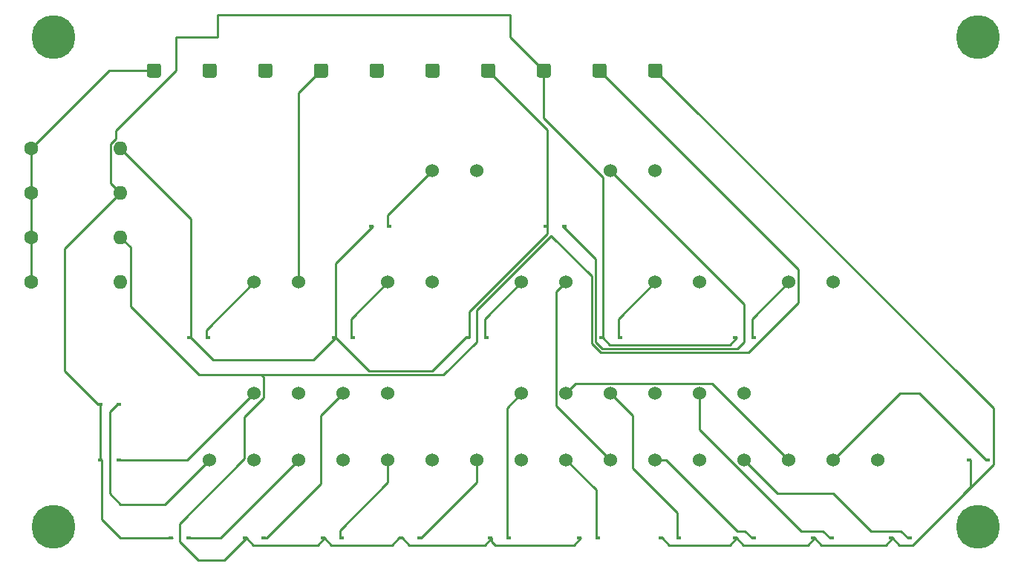
<source format=gtl>
%TF.GenerationSoftware,KiCad,Pcbnew,(5.1.6)-1*%
%TF.CreationDate,2020-08-15T21:43:02-04:00*%
%TF.ProjectId,chords,63686f72-6473-42e6-9b69-6361645f7063,rev?*%
%TF.SameCoordinates,Original*%
%TF.FileFunction,Copper,L1,Top*%
%TF.FilePolarity,Positive*%
%FSLAX46Y46*%
G04 Gerber Fmt 4.6, Leading zero omitted, Abs format (unit mm)*
G04 Created by KiCad (PCBNEW (5.1.6)-1) date 2020-08-15 21:43:02*
%MOMM*%
%LPD*%
G01*
G04 APERTURE LIST*
%TA.AperFunction,SMDPad,CuDef*%
%ADD10R,0.600000X0.450000*%
%TD*%
%TA.AperFunction,ComponentPad*%
%ADD11C,5.000000*%
%TD*%
%TA.AperFunction,ComponentPad*%
%ADD12C,1.524000*%
%TD*%
%TA.AperFunction,ComponentPad*%
%ADD13C,1.600000*%
%TD*%
%TA.AperFunction,ComponentPad*%
%ADD14O,1.600000X1.600000*%
%TD*%
%TA.AperFunction,Conductor*%
%ADD15C,0.250000*%
%TD*%
G04 APERTURE END LIST*
D10*
%TO.P,D20,2*%
%TO.N,Net-(D20-Pad2)*%
X177580000Y-92710000D03*
%TO.P,D20,1*%
%TO.N,Net-(D16-Pad1)*%
X175480000Y-92710000D03*
%TD*%
%TO.P,D19,2*%
%TO.N,Net-(D19-Pad2)*%
X168690000Y-101600000D03*
%TO.P,D19,1*%
%TO.N,Net-(D16-Pad1)*%
X166590000Y-101600000D03*
%TD*%
%TO.P,D18,2*%
%TO.N,Net-(D18-Pad2)*%
X159800000Y-101600000D03*
%TO.P,D18,1*%
%TO.N,Net-(D16-Pad1)*%
X157700000Y-101600000D03*
%TD*%
%TO.P,D17,2*%
%TO.N,Net-(D17-Pad2)*%
X150910000Y-101600000D03*
%TO.P,D17,1*%
%TO.N,Net-(D16-Pad1)*%
X148810000Y-101600000D03*
%TD*%
%TO.P,D16,2*%
%TO.N,Net-(D16-Pad2)*%
X142415000Y-101600000D03*
%TO.P,D16,1*%
%TO.N,Net-(D16-Pad1)*%
X140315000Y-101600000D03*
%TD*%
%TO.P,D15,2*%
%TO.N,Net-(D15-Pad2)*%
X133130000Y-101600000D03*
%TO.P,D15,1*%
%TO.N,Net-(D11-Pad1)*%
X131030000Y-101600000D03*
%TD*%
%TO.P,D14,2*%
%TO.N,Net-(D14-Pad2)*%
X122970000Y-101600000D03*
%TO.P,D14,1*%
%TO.N,Net-(D11-Pad1)*%
X120870000Y-101600000D03*
%TD*%
%TO.P,D13,2*%
%TO.N,Net-(D13-Pad2)*%
X112810000Y-101600000D03*
%TO.P,D13,1*%
%TO.N,Net-(D11-Pad1)*%
X110710000Y-101600000D03*
%TD*%
%TO.P,D12,2*%
%TO.N,Net-(D12-Pad2)*%
X103920000Y-101600000D03*
%TO.P,D12,1*%
%TO.N,Net-(D11-Pad1)*%
X101820000Y-101600000D03*
%TD*%
%TO.P,D11,2*%
%TO.N,Net-(D11-Pad2)*%
X95030000Y-101600000D03*
%TO.P,D11,1*%
%TO.N,Net-(D11-Pad1)*%
X92930000Y-101600000D03*
%TD*%
%TO.P,D10,2*%
%TO.N,Net-(D10-Pad2)*%
X86535000Y-101600000D03*
%TO.P,D10,1*%
%TO.N,Net-(D10-Pad1)*%
X84435000Y-101600000D03*
%TD*%
%TO.P,D9,2*%
%TO.N,Net-(D9-Pad2)*%
X78520000Y-92710000D03*
%TO.P,D9,1*%
%TO.N,Net-(D10-Pad1)*%
X76420000Y-92710000D03*
%TD*%
%TO.P,D8,2*%
%TO.N,Net-(D8-Pad2)*%
X78520000Y-86360000D03*
%TO.P,D8,1*%
%TO.N,Net-(D10-Pad1)*%
X76420000Y-86360000D03*
%TD*%
%TO.P,D7,2*%
%TO.N,Net-(D7-Pad2)*%
X150910000Y-78740000D03*
%TO.P,D7,1*%
%TO.N,Net-(D10-Pad1)*%
X148810000Y-78740000D03*
%TD*%
%TO.P,D6,2*%
%TO.N,Net-(D6-Pad2)*%
X135670000Y-78740000D03*
%TO.P,D6,1*%
%TO.N,Net-(D10-Pad1)*%
X133570000Y-78740000D03*
%TD*%
%TO.P,D5,2*%
%TO.N,Net-(D5-Pad2)*%
X120430000Y-78740000D03*
%TO.P,D5,1*%
%TO.N,Net-(D1-Pad1)*%
X118330000Y-78740000D03*
%TD*%
%TO.P,D4,2*%
%TO.N,Net-(D4-Pad2)*%
X105190000Y-78740000D03*
%TO.P,D4,1*%
%TO.N,Net-(D1-Pad1)*%
X103090000Y-78740000D03*
%TD*%
%TO.P,D3,2*%
%TO.N,Net-(D3-Pad2)*%
X88680000Y-78740000D03*
%TO.P,D3,1*%
%TO.N,Net-(D1-Pad1)*%
X86580000Y-78740000D03*
%TD*%
%TO.P,D2,2*%
%TO.N,Net-(D2-Pad2)*%
X129320000Y-66040000D03*
%TO.P,D2,1*%
%TO.N,Net-(D1-Pad1)*%
X127220000Y-66040000D03*
%TD*%
%TO.P,D1,2*%
%TO.N,Net-(D1-Pad2)*%
X109395000Y-66040000D03*
%TO.P,D1,1*%
%TO.N,Net-(D1-Pad1)*%
X107295000Y-66040000D03*
%TD*%
D11*
%TO.P,REF\u002A\u002A,1*%
%TO.N,N/C*%
X71120000Y-100330000D03*
%TD*%
%TO.P,REF\u002A\u002A,1*%
%TO.N,N/C*%
X71120000Y-44450000D03*
%TD*%
%TO.P,REF\u002A\u002A,1*%
%TO.N,N/C*%
X176530000Y-100330000D03*
%TD*%
%TO.P,REF\u002A\u002A,1*%
%TO.N,N/C*%
X176530000Y-44450000D03*
%TD*%
D12*
%TO.P,SW20,2*%
%TO.N,Net-(C5-Pad1)*%
X165100000Y-92710000D03*
%TO.P,SW20,1*%
%TO.N,Net-(D20-Pad2)*%
X160020000Y-92710000D03*
%TD*%
%TO.P,SW5,2*%
%TO.N,Net-(C5-Pad1)*%
X129540000Y-72390000D03*
%TO.P,SW5,1*%
%TO.N,Net-(D5-Pad2)*%
X124460000Y-72390000D03*
%TD*%
%TO.P,GND1,1*%
%TO.N,Net-(GND1-Pad1)*%
%TA.AperFunction,ComponentPad*%
G36*
G01*
X81750000Y-48810000D02*
X81750000Y-47710000D01*
G75*
G02*
X82000000Y-47460000I250000J0D01*
G01*
X83100000Y-47460000D01*
G75*
G02*
X83350000Y-47710000I0J-250000D01*
G01*
X83350000Y-48810000D01*
G75*
G02*
X83100000Y-49060000I-250000J0D01*
G01*
X82000000Y-49060000D01*
G75*
G02*
X81750000Y-48810000I0J250000D01*
G01*
G37*
%TD.AperFunction*%
%TD*%
%TO.P,R1,1*%
%TO.N,Net-(D1-Pad1)*%
%TA.AperFunction,ComponentPad*%
G36*
G01*
X119850000Y-48810000D02*
X119850000Y-47710000D01*
G75*
G02*
X120100000Y-47460000I250000J0D01*
G01*
X121200000Y-47460000D01*
G75*
G02*
X121450000Y-47710000I0J-250000D01*
G01*
X121450000Y-48810000D01*
G75*
G02*
X121200000Y-49060000I-250000J0D01*
G01*
X120100000Y-49060000D01*
G75*
G02*
X119850000Y-48810000I0J250000D01*
G01*
G37*
%TD.AperFunction*%
%TD*%
%TO.P,R2,1*%
%TO.N,Net-(D10-Pad1)*%
%TA.AperFunction,ComponentPad*%
G36*
G01*
X126200000Y-48810000D02*
X126200000Y-47710000D01*
G75*
G02*
X126450000Y-47460000I250000J0D01*
G01*
X127550000Y-47460000D01*
G75*
G02*
X127800000Y-47710000I0J-250000D01*
G01*
X127800000Y-48810000D01*
G75*
G02*
X127550000Y-49060000I-250000J0D01*
G01*
X126450000Y-49060000D01*
G75*
G02*
X126200000Y-48810000I0J250000D01*
G01*
G37*
%TD.AperFunction*%
%TD*%
D13*
%TO.P,Rpd3,1*%
%TO.N,Net-(GND1-Pad1)*%
X68580000Y-67310000D03*
D14*
%TO.P,Rpd3,2*%
%TO.N,Net-(D11-Pad1)*%
X78740000Y-67310000D03*
%TD*%
D13*
%TO.P,Rpd1,1*%
%TO.N,Net-(GND1-Pad1)*%
X68580000Y-57150000D03*
D14*
%TO.P,Rpd1,2*%
%TO.N,Net-(D1-Pad1)*%
X78740000Y-57150000D03*
%TD*%
D13*
%TO.P,Rpd2,1*%
%TO.N,Net-(GND1-Pad1)*%
X68580000Y-62230000D03*
D14*
%TO.P,Rpd2,2*%
%TO.N,Net-(D10-Pad1)*%
X78740000Y-62230000D03*
%TD*%
D13*
%TO.P,Rpd4,1*%
%TO.N,Net-(GND1-Pad1)*%
X68580000Y-72390000D03*
D14*
%TO.P,Rpd4,2*%
%TO.N,Net-(D16-Pad1)*%
X78740000Y-72390000D03*
%TD*%
D12*
%TO.P,SW1,2*%
%TO.N,Net-(C1-Pad1)*%
X119380000Y-59690000D03*
%TO.P,SW1,1*%
%TO.N,Net-(D1-Pad2)*%
X114300000Y-59690000D03*
%TD*%
%TO.P,SW2,2*%
%TO.N,Net-(C2-Pad1)*%
X139700000Y-59690000D03*
%TO.P,SW2,1*%
%TO.N,Net-(D2-Pad2)*%
X134620000Y-59690000D03*
%TD*%
%TO.P,SW3,2*%
%TO.N,Net-(C3-Pad1)*%
X99060000Y-72390000D03*
%TO.P,SW3,1*%
%TO.N,Net-(D3-Pad2)*%
X93980000Y-72390000D03*
%TD*%
%TO.P,SW8,2*%
%TO.N,Net-(C3-Pad1)*%
X93980000Y-92710000D03*
%TO.P,SW8,1*%
%TO.N,Net-(D8-Pad2)*%
X88900000Y-92710000D03*
%TD*%
%TO.P,R3,1*%
%TO.N,Net-(D11-Pad1)*%
%TA.AperFunction,ComponentPad*%
G36*
G01*
X132550000Y-48810000D02*
X132550000Y-47710000D01*
G75*
G02*
X132800000Y-47460000I250000J0D01*
G01*
X133900000Y-47460000D01*
G75*
G02*
X134150000Y-47710000I0J-250000D01*
G01*
X134150000Y-48810000D01*
G75*
G02*
X133900000Y-49060000I-250000J0D01*
G01*
X132800000Y-49060000D01*
G75*
G02*
X132550000Y-48810000I0J250000D01*
G01*
G37*
%TD.AperFunction*%
%TD*%
%TO.P,SW9,2*%
%TO.N,Net-(C4-Pad1)*%
X99060000Y-85090000D03*
%TO.P,SW9,1*%
%TO.N,Net-(D9-Pad2)*%
X93980000Y-85090000D03*
%TD*%
%TO.P,SW16,2*%
%TO.N,Net-(C1-Pad1)*%
X139700000Y-85090000D03*
%TO.P,SW16,1*%
%TO.N,Net-(D16-Pad2)*%
X134620000Y-85090000D03*
%TD*%
%TO.P,SW17,2*%
%TO.N,Net-(C2-Pad1)*%
X144780000Y-92710000D03*
%TO.P,SW17,1*%
%TO.N,Net-(D17-Pad2)*%
X139700000Y-92710000D03*
%TD*%
%TO.P,SW4,2*%
%TO.N,Net-(C4-Pad1)*%
X114300000Y-72390000D03*
%TO.P,SW4,1*%
%TO.N,Net-(D4-Pad2)*%
X109220000Y-72390000D03*
%TD*%
%TO.P,SW12,2*%
%TO.N,Net-(C2-Pad1)*%
X114300000Y-92710000D03*
%TO.P,SW12,1*%
%TO.N,Net-(D12-Pad2)*%
X109220000Y-92710000D03*
%TD*%
%TO.P,SW15,2*%
%TO.N,Net-(C5-Pad1)*%
X134620000Y-92710000D03*
%TO.P,SW15,1*%
%TO.N,Net-(D15-Pad2)*%
X129540000Y-92710000D03*
%TD*%
%TO.P,SW18,2*%
%TO.N,Net-(C3-Pad1)*%
X149860000Y-85090000D03*
%TO.P,SW18,1*%
%TO.N,Net-(D18-Pad2)*%
X144780000Y-85090000D03*
%TD*%
%TO.P,SW6,2*%
%TO.N,Net-(C1-Pad1)*%
X144780000Y-72390000D03*
%TO.P,SW6,1*%
%TO.N,Net-(D6-Pad2)*%
X139700000Y-72390000D03*
%TD*%
%TO.P,SW11,2*%
%TO.N,Net-(C1-Pad1)*%
X109220000Y-85090000D03*
%TO.P,SW11,1*%
%TO.N,Net-(D11-Pad2)*%
X104140000Y-85090000D03*
%TD*%
%TO.P,SW7,2*%
%TO.N,Net-(C2-Pad1)*%
X160020000Y-72390000D03*
%TO.P,SW7,1*%
%TO.N,Net-(D7-Pad2)*%
X154940000Y-72390000D03*
%TD*%
%TO.P,SW14,2*%
%TO.N,Net-(C4-Pad1)*%
X129540000Y-85090000D03*
%TO.P,SW14,1*%
%TO.N,Net-(D14-Pad2)*%
X124460000Y-85090000D03*
%TD*%
%TO.P,SW19,2*%
%TO.N,Net-(C4-Pad1)*%
X154940000Y-92710000D03*
%TO.P,SW19,1*%
%TO.N,Net-(D19-Pad2)*%
X149860000Y-92710000D03*
%TD*%
%TO.P,SW13,2*%
%TO.N,Net-(C3-Pad1)*%
X124460000Y-92710000D03*
%TO.P,SW13,1*%
%TO.N,Net-(D13-Pad2)*%
X119380000Y-92710000D03*
%TD*%
%TO.P,SW10,2*%
%TO.N,Net-(C5-Pad1)*%
X104140000Y-92710000D03*
%TO.P,SW10,1*%
%TO.N,Net-(D10-Pad2)*%
X99060000Y-92710000D03*
%TD*%
%TO.P,R4,1*%
%TO.N,Net-(D16-Pad1)*%
%TA.AperFunction,ComponentPad*%
G36*
G01*
X138900000Y-48810000D02*
X138900000Y-47710000D01*
G75*
G02*
X139150000Y-47460000I250000J0D01*
G01*
X140250000Y-47460000D01*
G75*
G02*
X140500000Y-47710000I0J-250000D01*
G01*
X140500000Y-48810000D01*
G75*
G02*
X140250000Y-49060000I-250000J0D01*
G01*
X139150000Y-49060000D01*
G75*
G02*
X138900000Y-48810000I0J250000D01*
G01*
G37*
%TD.AperFunction*%
%TD*%
%TO.P,C5,1*%
%TO.N,Net-(C5-Pad1)*%
%TA.AperFunction,ComponentPad*%
G36*
G01*
X113500000Y-48810000D02*
X113500000Y-47710000D01*
G75*
G02*
X113750000Y-47460000I250000J0D01*
G01*
X114850000Y-47460000D01*
G75*
G02*
X115100000Y-47710000I0J-250000D01*
G01*
X115100000Y-48810000D01*
G75*
G02*
X114850000Y-49060000I-250000J0D01*
G01*
X113750000Y-49060000D01*
G75*
G02*
X113500000Y-48810000I0J250000D01*
G01*
G37*
%TD.AperFunction*%
%TD*%
%TO.P,C4,1*%
%TO.N,Net-(C4-Pad1)*%
%TA.AperFunction,ComponentPad*%
G36*
G01*
X107150000Y-48810000D02*
X107150000Y-47710000D01*
G75*
G02*
X107400000Y-47460000I250000J0D01*
G01*
X108500000Y-47460000D01*
G75*
G02*
X108750000Y-47710000I0J-250000D01*
G01*
X108750000Y-48810000D01*
G75*
G02*
X108500000Y-49060000I-250000J0D01*
G01*
X107400000Y-49060000D01*
G75*
G02*
X107150000Y-48810000I0J250000D01*
G01*
G37*
%TD.AperFunction*%
%TD*%
%TO.P,C3,1*%
%TO.N,Net-(C3-Pad1)*%
%TA.AperFunction,ComponentPad*%
G36*
G01*
X100800000Y-48810000D02*
X100800000Y-47710000D01*
G75*
G02*
X101050000Y-47460000I250000J0D01*
G01*
X102150000Y-47460000D01*
G75*
G02*
X102400000Y-47710000I0J-250000D01*
G01*
X102400000Y-48810000D01*
G75*
G02*
X102150000Y-49060000I-250000J0D01*
G01*
X101050000Y-49060000D01*
G75*
G02*
X100800000Y-48810000I0J250000D01*
G01*
G37*
%TD.AperFunction*%
%TD*%
%TO.P,C2,1*%
%TO.N,Net-(C2-Pad1)*%
%TA.AperFunction,ComponentPad*%
G36*
G01*
X94450000Y-48810000D02*
X94450000Y-47710000D01*
G75*
G02*
X94700000Y-47460000I250000J0D01*
G01*
X95800000Y-47460000D01*
G75*
G02*
X96050000Y-47710000I0J-250000D01*
G01*
X96050000Y-48810000D01*
G75*
G02*
X95800000Y-49060000I-250000J0D01*
G01*
X94700000Y-49060000D01*
G75*
G02*
X94450000Y-48810000I0J250000D01*
G01*
G37*
%TD.AperFunction*%
%TD*%
%TO.P,C1,1*%
%TO.N,Net-(C1-Pad1)*%
%TA.AperFunction,ComponentPad*%
G36*
G01*
X88100000Y-48810000D02*
X88100000Y-47710000D01*
G75*
G02*
X88350000Y-47460000I250000J0D01*
G01*
X89450000Y-47460000D01*
G75*
G02*
X89700000Y-47710000I0J-250000D01*
G01*
X89700000Y-48810000D01*
G75*
G02*
X89450000Y-49060000I-250000J0D01*
G01*
X88350000Y-49060000D01*
G75*
G02*
X88100000Y-48810000I0J250000D01*
G01*
G37*
%TD.AperFunction*%
%TD*%
D15*
%TO.N,Net-(D1-Pad2)*%
X109220000Y-64770000D02*
X114300000Y-59690000D01*
X109220000Y-66040000D02*
X109220000Y-64770000D01*
%TO.N,Net-(D1-Pad1)*%
X86755000Y-65165000D02*
X78740000Y-57150000D01*
X86755000Y-78740000D02*
X86755000Y-65165000D01*
X86755000Y-78740000D02*
X89295000Y-81280000D01*
X100725000Y-81280000D02*
X103265000Y-78740000D01*
X89295000Y-81280000D02*
X100725000Y-81280000D01*
X103265000Y-70245000D02*
X107470000Y-66040000D01*
X103265000Y-78740000D02*
X103265000Y-70245000D01*
X103265000Y-78740000D02*
X107075000Y-82550000D01*
X107075000Y-82550000D02*
X114300000Y-82550000D01*
X118110000Y-78740000D02*
X118505000Y-78740000D01*
X114300000Y-82550000D02*
X118110000Y-78740000D01*
X127395000Y-55005000D02*
X120650000Y-48260000D01*
X127395000Y-66040000D02*
X127395000Y-55005000D01*
X127395000Y-66040000D02*
X127395000Y-66915000D01*
X118505000Y-75805000D02*
X118505000Y-78740000D01*
X127395000Y-66915000D02*
X118505000Y-75805000D01*
%TO.N,Net-(D2-Pad2)*%
X149835010Y-74905010D02*
X134620000Y-59690000D01*
X149835010Y-79210500D02*
X149835010Y-74905010D01*
X149055491Y-79990019D02*
X149835010Y-79210500D01*
X133674509Y-79990019D02*
X149055491Y-79990019D01*
X132894990Y-79210500D02*
X133674509Y-79990019D01*
X132894990Y-69789990D02*
X132894990Y-79210500D01*
X129145000Y-66040000D02*
X132894990Y-69789990D01*
%TO.N,Net-(D11-Pad1)*%
X93105000Y-101600000D02*
X90565000Y-104140000D01*
X85460010Y-102020520D02*
X85460010Y-99959990D01*
X90565000Y-104140000D02*
X87579490Y-104140000D01*
X87579490Y-104140000D02*
X85460010Y-102020520D01*
X85460010Y-99959990D02*
X92892999Y-92527001D01*
X92892999Y-92527001D02*
X92892999Y-87785763D01*
X79865001Y-73170511D02*
X79865001Y-68435001D01*
X130404990Y-102400010D02*
X121450010Y-102400010D01*
X131205000Y-101600000D02*
X130404990Y-102400010D01*
X121045000Y-101995000D02*
X121045000Y-101600000D01*
X121450010Y-102400010D02*
X121045000Y-101995000D01*
X120244990Y-102400010D02*
X121045000Y-101600000D01*
X111685010Y-102400010D02*
X120244990Y-102400010D01*
X110885000Y-101600000D02*
X111685010Y-102400010D01*
X102795010Y-102400010D02*
X109689990Y-102400010D01*
X101995000Y-101600000D02*
X102795010Y-102400010D01*
X110490000Y-101600000D02*
X110885000Y-101600000D01*
X109689990Y-102400010D02*
X110490000Y-101600000D01*
X101194990Y-102400010D02*
X101995000Y-101600000D01*
X93905010Y-102400010D02*
X101194990Y-102400010D01*
X93105000Y-101600000D02*
X93905010Y-102400010D01*
X79865001Y-68435001D02*
X78740000Y-67310000D01*
X79865001Y-75180003D02*
X79865001Y-68435001D01*
X87685007Y-83000009D02*
X79865001Y-75180003D01*
X119355010Y-79210500D02*
X115565501Y-83000009D01*
X119355010Y-75591400D02*
X119355010Y-79210500D01*
X127845009Y-67101401D02*
X119355010Y-75591400D01*
X132444980Y-71701372D02*
X127845009Y-67101401D01*
X132444980Y-79396900D02*
X132444980Y-71701372D01*
X133488108Y-80440028D02*
X132444980Y-79396900D01*
X150355482Y-80440028D02*
X133488108Y-80440028D01*
X156027001Y-74768509D02*
X150355482Y-80440028D01*
X156027001Y-70937001D02*
X156027001Y-74768509D01*
X133350000Y-48260000D02*
X156027001Y-70937001D01*
X95067001Y-83267019D02*
X94799991Y-83000009D01*
X95067001Y-85611761D02*
X95067001Y-83267019D01*
X92892999Y-87785763D02*
X95067001Y-85611761D01*
X115565501Y-83000009D02*
X94799991Y-83000009D01*
X94799991Y-83000009D02*
X87685007Y-83000009D01*
%TO.N,Net-(D3-Pad2)*%
X88505000Y-77865000D02*
X93980000Y-72390000D01*
X88505000Y-78740000D02*
X88505000Y-77865000D01*
%TO.N,Net-(D4-Pad2)*%
X105015000Y-76595000D02*
X109220000Y-72390000D01*
X105015000Y-78740000D02*
X105015000Y-76595000D01*
%TO.N,Net-(D16-Pad1)*%
X175655000Y-95780510D02*
X175655000Y-92710000D01*
X169035500Y-102400010D02*
X175655000Y-95780510D01*
X167565010Y-102400010D02*
X169035500Y-102400010D01*
X166765000Y-101600000D02*
X167565010Y-102400010D01*
X148184990Y-102400010D02*
X148985000Y-101600000D01*
X141290010Y-102400010D02*
X148184990Y-102400010D01*
X149785010Y-102400010D02*
X148985000Y-101600000D01*
X157074990Y-102400010D02*
X149785010Y-102400010D01*
X157875000Y-101600000D02*
X157074990Y-102400010D01*
X158675010Y-102400010D02*
X165964990Y-102400010D01*
X165964990Y-102400010D02*
X166765000Y-101600000D01*
X157875000Y-101600000D02*
X158675010Y-102400010D01*
X178255010Y-86815010D02*
X139700000Y-48260000D01*
X178255010Y-93180500D02*
X178255010Y-86815010D01*
X169035500Y-102400010D02*
X178255010Y-93180500D01*
X140490000Y-101600000D02*
X141290010Y-102400010D01*
%TO.N,Net-(D5-Pad2)*%
X120255000Y-76595000D02*
X124460000Y-72390000D01*
X120255000Y-78740000D02*
X120255000Y-76595000D01*
%TO.N,Net-(D6-Pad2)*%
X135495000Y-76595000D02*
X139700000Y-72390000D01*
X135495000Y-78740000D02*
X135495000Y-76595000D01*
%TO.N,Net-(D7-Pad2)*%
X150735000Y-76595000D02*
X154940000Y-72390000D01*
X150735000Y-78740000D02*
X150735000Y-76595000D01*
%TO.N,Net-(D8-Pad2)*%
X77494990Y-87210010D02*
X77494990Y-96544990D01*
X78345000Y-86360000D02*
X77494990Y-87210010D01*
X77494990Y-96544990D02*
X78740000Y-97790000D01*
X83820000Y-97790000D02*
X88900000Y-92710000D01*
X78740000Y-97790000D02*
X83820000Y-97790000D01*
%TO.N,Net-(D9-Pad2)*%
X86360000Y-92710000D02*
X93980000Y-85090000D01*
X78345000Y-92710000D02*
X86360000Y-92710000D01*
%TO.N,Net-(D10-Pad2)*%
X90170000Y-101600000D02*
X99060000Y-92710000D01*
X86360000Y-101600000D02*
X90170000Y-101600000D01*
%TO.N,Net-(D11-Pad2)*%
X95380000Y-101600000D02*
X101600000Y-95380000D01*
X94855000Y-101600000D02*
X95380000Y-101600000D01*
X101600000Y-87630000D02*
X104140000Y-85090000D01*
X101600000Y-95380000D02*
X101600000Y-87630000D01*
%TO.N,Net-(D12-Pad2)*%
X103745000Y-101600000D02*
X103745000Y-100725000D01*
X109220000Y-95250000D02*
X109220000Y-92710000D01*
X103745000Y-100725000D02*
X109220000Y-95250000D01*
%TO.N,Net-(D13-Pad2)*%
X112635000Y-101600000D02*
X113030000Y-101600000D01*
X119380000Y-95250000D02*
X119380000Y-92710000D01*
X113030000Y-101600000D02*
X119380000Y-95250000D01*
%TO.N,Net-(D14-Pad2)*%
X122795000Y-86755000D02*
X124460000Y-85090000D01*
X122795000Y-101600000D02*
X122795000Y-86755000D01*
%TO.N,Net-(D15-Pad2)*%
X132955000Y-96125000D02*
X129540000Y-92710000D01*
X132955000Y-101600000D02*
X132955000Y-96125000D01*
%TO.N,Net-(D16-Pad2)*%
X137160000Y-93641238D02*
X137160000Y-87630000D01*
X137160000Y-87630000D02*
X134620000Y-85090000D01*
X142240000Y-101600000D02*
X142240000Y-98721238D01*
X142240000Y-98721238D02*
X137160000Y-93641238D01*
%TO.N,Net-(D17-Pad2)*%
X149934990Y-100799990D02*
X149059990Y-100799990D01*
X150735000Y-101600000D02*
X149934990Y-100799990D01*
X140970000Y-92710000D02*
X139700000Y-92710000D01*
X149059990Y-100799990D02*
X140970000Y-92710000D01*
%TO.N,Net-(D18-Pad2)*%
X144780000Y-89238762D02*
X144780000Y-85090000D01*
X156341228Y-100799990D02*
X144780000Y-89238762D01*
X158824990Y-100799990D02*
X156341228Y-100799990D01*
X159625000Y-101600000D02*
X158824990Y-100799990D01*
%TO.N,Net-(D19-Pad2)*%
X167714990Y-100799990D02*
X164299990Y-100799990D01*
X168515000Y-101600000D02*
X167714990Y-100799990D01*
X164299990Y-100799990D02*
X160020000Y-96520000D01*
X153670000Y-96520000D02*
X149860000Y-92710000D01*
X160020000Y-96520000D02*
X153670000Y-96520000D01*
%TO.N,Net-(D20-Pad2)*%
X177405000Y-92710000D02*
X169785000Y-85090000D01*
X167640000Y-85090000D02*
X160020000Y-92710000D01*
X169785000Y-85090000D02*
X167640000Y-85090000D01*
%TO.N,Net-(C3-Pad1)*%
X99060000Y-50800000D02*
X101600000Y-48260000D01*
X99060000Y-72390000D02*
X99060000Y-50800000D01*
%TO.N,Net-(C4-Pad1)*%
X130627001Y-84002999D02*
X146232999Y-84002999D01*
X146232999Y-84002999D02*
X154940000Y-92710000D01*
X129540000Y-85090000D02*
X130627001Y-84002999D01*
%TO.N,Net-(C5-Pad1)*%
X128452999Y-73477001D02*
X129540000Y-72390000D01*
X128452999Y-86542999D02*
X128452999Y-73477001D01*
X134620000Y-92710000D02*
X128452999Y-86542999D01*
%TO.N,Net-(GND1-Pad1)*%
X77470000Y-48260000D02*
X68580000Y-57150000D01*
X82550000Y-48260000D02*
X77470000Y-48260000D01*
X68580000Y-62230000D02*
X68580000Y-57150000D01*
X68580000Y-67310000D02*
X68580000Y-62230000D01*
X68580000Y-72390000D02*
X68580000Y-67310000D01*
%TO.N,Net-(D10-Pad1)*%
X72390000Y-68580000D02*
X78740000Y-62230000D01*
X72390000Y-82550000D02*
X72390000Y-68580000D01*
X76595000Y-92710000D02*
X76595000Y-99455000D01*
X78740000Y-101600000D02*
X84610000Y-101600000D01*
X76595000Y-99455000D02*
X78740000Y-101600000D01*
X133745000Y-60423762D02*
X127000000Y-53678762D01*
X127000000Y-53678762D02*
X127000000Y-48260000D01*
X133745000Y-78740000D02*
X133745000Y-60423762D01*
X148184990Y-79540010D02*
X148985000Y-78740000D01*
X134545010Y-79540010D02*
X148184990Y-79540010D01*
X133745000Y-78740000D02*
X134545010Y-79540010D01*
X77614999Y-61104999D02*
X78740000Y-62230000D01*
X77614999Y-56609999D02*
X77614999Y-61104999D01*
X127000000Y-48260000D02*
X123190000Y-44450000D01*
X123190000Y-41910000D02*
X89774998Y-41910000D01*
X78199999Y-56024999D02*
X78199999Y-55150001D01*
X77614999Y-56609999D02*
X78199999Y-56024999D01*
X78199999Y-55150001D02*
X85090000Y-48260000D01*
X85090000Y-48260000D02*
X85090000Y-44450000D01*
X85090000Y-44450000D02*
X89774998Y-44450000D01*
X123190000Y-41910000D02*
X123190000Y-44450000D01*
X89774998Y-41910000D02*
X89774998Y-44450000D01*
X76420000Y-92710000D02*
X76420000Y-86580000D01*
X76420000Y-86580000D02*
X76420000Y-86360000D01*
X76200000Y-86360000D02*
X72390000Y-82550000D01*
X76420000Y-86360000D02*
X76200000Y-86360000D01*
%TD*%
M02*

</source>
